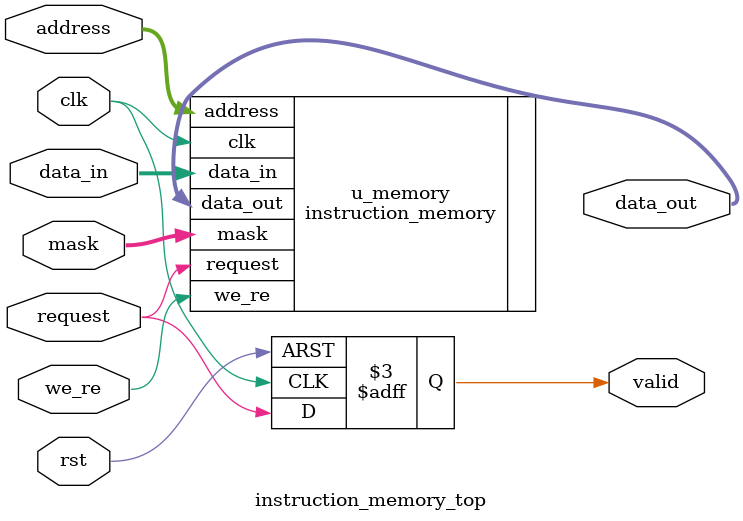
<source format=v>
`timescale 1ns / 1ps


module instruction_memory_top #(
    parameter INIT_MEM = 0
)(
    input wire clk,
    input wire rst,
    input wire we_re,
    input wire request,
    input wire [3:0]  mask,
    input wire [7:0]  address,
    input wire [31:0] data_in,

    output reg valid,
    output wire [31:0] data_out
    );

    always @(posedge clk or negedge rst ) begin
        if(!rst)begin
            valid <= 0;
        end
        else begin
            valid <= request;
        end
    end

    instruction_memory #(
      .INIT_MEM(INIT_MEM)
    )u_memory(
        .clk(clk),
        .we_re(we_re),
        .request(request),
        .mask(mask),
        .address(address),
        .data_in(data_in),
        .data_out(data_out)
    );
endmodule
</source>
